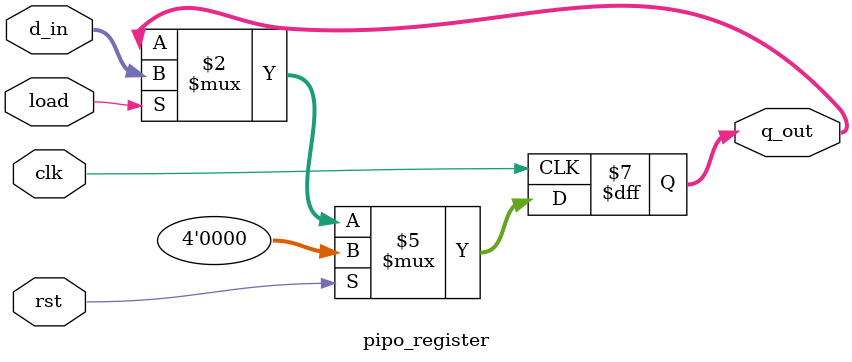
<source format=sv>
module pipo_register (
    input wire clk,
    input wire rst,
    input wire load,
    input wire [3:0] d_in,
    output reg [3:0] q_out
);

    always @(posedge clk) begin
        if (rst) begin
            q_out <= 4'b0000;
        end else if (load) begin
            q_out <= d_in;
        end
    end

endmodule

</source>
